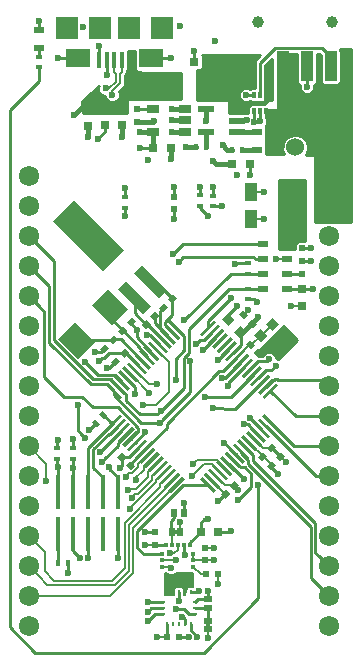
<source format=gbr>
G04 #@! TF.FileFunction,Copper,L1,Top,Signal*
%FSLAX46Y46*%
G04 Gerber Fmt 4.6, Leading zero omitted, Abs format (unit mm)*
G04 Created by KiCad (PCBNEW 4.0.7) date 07/17/18 10:36:10*
%MOMM*%
%LPD*%
G01*
G04 APERTURE LIST*
%ADD10C,0.100000*%
%ADD11R,0.750000X0.800000*%
%ADD12R,0.500000X0.600000*%
%ADD13R,0.800000X0.750000*%
%ADD14R,0.600000X0.500000*%
%ADD15R,0.900000X0.500000*%
%ADD16R,2.500000X1.700000*%
%ADD17R,0.457200X2.997200*%
%ADD18C,1.524000*%
%ADD19R,0.400000X0.600000*%
%ADD20R,0.600000X0.400000*%
%ADD21R,0.254000X0.355600*%
%ADD22R,0.355600X0.254000*%
%ADD23R,0.310000X0.410000*%
%ADD24R,0.410000X0.310000*%
%ADD25R,0.838200X0.558800*%
%ADD26R,1.320800X0.558800*%
%ADD27R,1.020000X0.680000*%
%ADD28R,0.400000X1.350000*%
%ADD29R,2.100000X1.600000*%
%ADD30R,1.900000X1.900000*%
%ADD31R,0.700000X0.500000*%
%ADD32R,0.300000X0.200000*%
%ADD33R,0.500000X0.700000*%
%ADD34R,0.200000X0.300000*%
%ADD35R,1.000000X1.600000*%
%ADD36C,1.720000*%
%ADD37R,1.000000X2.500000*%
%ADD38C,1.000000*%
%ADD39R,0.299720X0.551180*%
%ADD40C,0.600000*%
%ADD41C,0.250000*%
%ADD42C,0.200000*%
%ADD43C,0.400000*%
%ADD44C,0.150000*%
%ADD45C,0.254000*%
%ADD46C,0.208000*%
G04 APERTURE END LIST*
D10*
G36*
X107832997Y-113816281D02*
X107479443Y-113462727D01*
X107903707Y-113038463D01*
X108257261Y-113392017D01*
X107832997Y-113816281D01*
X107832997Y-113816281D01*
G37*
G36*
X108575459Y-113073819D02*
X108221905Y-112720265D01*
X108646169Y-112296001D01*
X108999723Y-112649555D01*
X108575459Y-113073819D01*
X108575459Y-113073819D01*
G37*
G36*
X95395355Y-103521091D02*
X95748909Y-103874645D01*
X95324645Y-104298909D01*
X94971091Y-103945355D01*
X95395355Y-103521091D01*
X95395355Y-103521091D01*
G37*
G36*
X94652893Y-104263553D02*
X95006447Y-104617107D01*
X94582183Y-105041371D01*
X94228629Y-104687817D01*
X94652893Y-104263553D01*
X94652893Y-104263553D01*
G37*
G36*
X103880535Y-116238743D02*
X103526981Y-115885189D01*
X103951245Y-115460925D01*
X104304799Y-115814479D01*
X103880535Y-116238743D01*
X103880535Y-116238743D01*
G37*
G36*
X104622997Y-115496281D02*
X104269443Y-115142727D01*
X104693707Y-114718463D01*
X105047261Y-115072017D01*
X104622997Y-115496281D01*
X104622997Y-115496281D01*
G37*
G36*
X107072997Y-113056281D02*
X106719443Y-112702727D01*
X107143707Y-112278463D01*
X107497261Y-112632017D01*
X107072997Y-113056281D01*
X107072997Y-113056281D01*
G37*
G36*
X107815459Y-112313819D02*
X107461905Y-111960265D01*
X107886169Y-111536001D01*
X108239723Y-111889555D01*
X107815459Y-112313819D01*
X107815459Y-112313819D01*
G37*
G36*
X106597261Y-101422727D02*
X106243707Y-101776281D01*
X105819443Y-101352017D01*
X106172997Y-100998463D01*
X106597261Y-101422727D01*
X106597261Y-101422727D01*
G37*
G36*
X105854799Y-100680265D02*
X105501245Y-101033819D01*
X105076981Y-100609555D01*
X105430535Y-100256001D01*
X105854799Y-100680265D01*
X105854799Y-100680265D01*
G37*
G36*
X105787020Y-102165710D02*
X105256690Y-102696040D01*
X104691004Y-102130354D01*
X105221334Y-101600024D01*
X105787020Y-102165710D01*
X105787020Y-102165710D01*
G37*
G36*
X104726360Y-101105050D02*
X104196030Y-101635380D01*
X103630344Y-101069694D01*
X104160674Y-100539364D01*
X104726360Y-101105050D01*
X104726360Y-101105050D01*
G37*
G36*
X96311371Y-113497817D02*
X95957817Y-113851371D01*
X95533553Y-113427107D01*
X95887107Y-113073553D01*
X96311371Y-113497817D01*
X96311371Y-113497817D01*
G37*
G36*
X95568909Y-112755355D02*
X95215355Y-113108909D01*
X94791091Y-112684645D01*
X95144645Y-112331091D01*
X95568909Y-112755355D01*
X95568909Y-112755355D01*
G37*
G36*
X105639443Y-103142017D02*
X105992997Y-102788463D01*
X106417261Y-103212727D01*
X106063707Y-103566281D01*
X105639443Y-103142017D01*
X105639443Y-103142017D01*
G37*
G36*
X106381905Y-103884479D02*
X106735459Y-103530925D01*
X107159723Y-103955189D01*
X106806169Y-104308743D01*
X106381905Y-103884479D01*
X106381905Y-103884479D01*
G37*
G36*
X106400344Y-102429694D02*
X106930674Y-101899364D01*
X107496360Y-102465050D01*
X106966030Y-102995380D01*
X106400344Y-102429694D01*
X106400344Y-102429694D01*
G37*
G36*
X107461004Y-103490354D02*
X107991334Y-102960024D01*
X108557020Y-103525710D01*
X108026690Y-104056040D01*
X107461004Y-103490354D01*
X107461004Y-103490354D01*
G37*
G36*
X107380344Y-101459694D02*
X107910674Y-100929364D01*
X108476360Y-101495050D01*
X107946030Y-102025380D01*
X107380344Y-101459694D01*
X107380344Y-101459694D01*
G37*
G36*
X108441004Y-102520354D02*
X108971334Y-101990024D01*
X109537020Y-102555710D01*
X109006690Y-103086040D01*
X108441004Y-102520354D01*
X108441004Y-102520354D01*
G37*
D11*
X92340000Y-83160000D03*
X92340000Y-84660000D03*
X93780000Y-83140000D03*
X93780000Y-84640000D03*
X95180000Y-83120000D03*
X95180000Y-84620000D03*
D12*
X99560000Y-90710000D03*
X99560000Y-91760000D03*
D10*
G36*
X94505355Y-102381091D02*
X94858909Y-102734645D01*
X94434645Y-103158909D01*
X94081091Y-102805355D01*
X94505355Y-102381091D01*
X94505355Y-102381091D01*
G37*
G36*
X93762893Y-103123553D02*
X94116447Y-103477107D01*
X93692183Y-103901371D01*
X93338629Y-103547817D01*
X93762893Y-103123553D01*
X93762893Y-103123553D01*
G37*
G36*
X95214645Y-102398909D02*
X94861091Y-102045355D01*
X95285355Y-101621091D01*
X95638909Y-101974645D01*
X95214645Y-102398909D01*
X95214645Y-102398909D01*
G37*
G36*
X95957107Y-101656447D02*
X95603553Y-101302893D01*
X96027817Y-100878629D01*
X96381371Y-101232183D01*
X95957107Y-101656447D01*
X95957107Y-101656447D01*
G37*
G36*
X99493707Y-98918463D02*
X99847261Y-99272017D01*
X99422997Y-99696281D01*
X99069443Y-99342727D01*
X99493707Y-98918463D01*
X99493707Y-98918463D01*
G37*
G36*
X98751245Y-99660925D02*
X99104799Y-100014479D01*
X98680535Y-100438743D01*
X98326981Y-100085189D01*
X98751245Y-99660925D01*
X98751245Y-99660925D01*
G37*
G36*
X97993707Y-100398463D02*
X98347261Y-100752017D01*
X97922997Y-101176281D01*
X97569443Y-100822727D01*
X97993707Y-100398463D01*
X97993707Y-100398463D01*
G37*
G36*
X97251245Y-101140925D02*
X97604799Y-101494479D01*
X97180535Y-101918743D01*
X96826981Y-101565189D01*
X97251245Y-101140925D01*
X97251245Y-101140925D01*
G37*
D13*
X101840000Y-119030000D03*
X103340000Y-119030000D03*
D12*
X110451380Y-93997684D03*
X110451380Y-95047684D03*
X102213422Y-121478298D03*
X102213422Y-120428298D03*
D14*
X98983422Y-127928298D03*
X100033422Y-127928298D03*
D11*
X110451380Y-98457684D03*
X110451380Y-99957684D03*
D12*
X97990000Y-120150000D03*
X97990000Y-119100000D03*
X110441380Y-97207684D03*
X110441380Y-96157684D03*
D14*
X102263422Y-122638298D03*
X103313422Y-122638298D03*
D13*
X104490000Y-87940000D03*
X105990000Y-87940000D03*
X102800000Y-79260000D03*
X101300000Y-79260000D03*
X97830000Y-86550000D03*
X99330000Y-86550000D03*
D12*
X96440000Y-83280000D03*
X96440000Y-84330000D03*
D15*
X106570000Y-85200000D03*
X106570000Y-86700000D03*
D16*
X98800000Y-81250000D03*
X102800000Y-81250000D03*
D17*
X89728352Y-115691372D03*
X89728352Y-119247372D03*
X90998352Y-115691372D03*
X90998352Y-119247372D03*
X92268352Y-115691372D03*
X92268352Y-119247372D03*
X93538352Y-115691372D03*
X93538352Y-119247372D03*
X94808352Y-115691372D03*
X94808352Y-119247372D03*
D18*
X109860000Y-84010000D03*
X109860000Y-86510000D03*
D19*
X90628352Y-121717372D03*
X89728352Y-121717372D03*
D20*
X89718352Y-111977372D03*
X89718352Y-112877372D03*
D10*
G36*
X93547641Y-108833819D02*
X93971905Y-109258083D01*
X93689063Y-109540925D01*
X93264799Y-109116661D01*
X93547641Y-108833819D01*
X93547641Y-108833819D01*
G37*
G36*
X92911245Y-109470215D02*
X93335509Y-109894479D01*
X93052667Y-110177321D01*
X92628403Y-109753057D01*
X92911245Y-109470215D01*
X92911245Y-109470215D01*
G37*
D20*
X90998352Y-111977372D03*
X90998352Y-112877372D03*
X105871380Y-96297684D03*
X105871380Y-97197684D03*
X105811380Y-99357684D03*
X105811380Y-98457684D03*
X101780000Y-91480000D03*
X101780000Y-90580000D03*
X102870000Y-91490000D03*
X102870000Y-90590000D03*
X95460000Y-90700000D03*
X95460000Y-91600000D03*
D19*
X105380000Y-86700000D03*
X104480000Y-86700000D03*
X101410000Y-86510000D03*
X102310000Y-86510000D03*
D10*
G36*
X101951041Y-114375796D02*
X103127455Y-115552210D01*
X102929889Y-115749776D01*
X101753475Y-114573362D01*
X101951041Y-114375796D01*
X101951041Y-114375796D01*
G37*
G36*
X102304594Y-114022243D02*
X103481008Y-115198657D01*
X103283442Y-115396223D01*
X102107028Y-114219809D01*
X102304594Y-114022243D01*
X102304594Y-114022243D01*
G37*
G36*
X102658148Y-113668689D02*
X103834562Y-114845103D01*
X103636996Y-115042669D01*
X102460582Y-113866255D01*
X102658148Y-113668689D01*
X102658148Y-113668689D01*
G37*
G36*
X103011700Y-113315136D02*
X104188114Y-114491550D01*
X103990548Y-114689116D01*
X102814134Y-113512702D01*
X103011700Y-113315136D01*
X103011700Y-113315136D01*
G37*
G36*
X103365255Y-112961581D02*
X104541669Y-114137995D01*
X104344103Y-114335561D01*
X103167689Y-113159147D01*
X103365255Y-112961581D01*
X103365255Y-112961581D01*
G37*
G36*
X103718808Y-112608029D02*
X104895222Y-113784443D01*
X104697656Y-113982009D01*
X103521242Y-112805595D01*
X103718808Y-112608029D01*
X103718808Y-112608029D01*
G37*
G36*
X104072361Y-112254476D02*
X105248775Y-113430890D01*
X105051209Y-113628456D01*
X103874795Y-112452042D01*
X104072361Y-112254476D01*
X104072361Y-112254476D01*
G37*
G36*
X104425915Y-111900922D02*
X105602329Y-113077336D01*
X105404763Y-113274902D01*
X104228349Y-112098488D01*
X104425915Y-111900922D01*
X104425915Y-111900922D01*
G37*
G36*
X104779468Y-111547369D02*
X105955882Y-112723783D01*
X105758316Y-112921349D01*
X104581902Y-111744935D01*
X104779468Y-111547369D01*
X104779468Y-111547369D01*
G37*
G36*
X105133022Y-111193815D02*
X106309436Y-112370229D01*
X106111870Y-112567795D01*
X104935456Y-111391381D01*
X105133022Y-111193815D01*
X105133022Y-111193815D01*
G37*
G36*
X105486575Y-110840262D02*
X106662989Y-112016676D01*
X106465423Y-112214242D01*
X105289009Y-111037828D01*
X105486575Y-110840262D01*
X105486575Y-110840262D01*
G37*
G36*
X105840127Y-110486709D02*
X107016541Y-111663123D01*
X106818975Y-111860689D01*
X105642561Y-110684275D01*
X105840127Y-110486709D01*
X105840127Y-110486709D01*
G37*
G36*
X106193682Y-110133154D02*
X107370096Y-111309568D01*
X107172530Y-111507134D01*
X105996116Y-110330720D01*
X106193682Y-110133154D01*
X106193682Y-110133154D01*
G37*
G36*
X106547235Y-109779602D02*
X107723649Y-110956016D01*
X107526083Y-111153582D01*
X106349669Y-109977168D01*
X106547235Y-109779602D01*
X106547235Y-109779602D01*
G37*
G36*
X106900789Y-109426048D02*
X108077203Y-110602462D01*
X107879637Y-110800028D01*
X106703223Y-109623614D01*
X106900789Y-109426048D01*
X106900789Y-109426048D01*
G37*
G36*
X107254342Y-109072495D02*
X108430756Y-110248909D01*
X108233190Y-110446475D01*
X107056776Y-109270061D01*
X107254342Y-109072495D01*
X107254342Y-109072495D01*
G37*
G36*
X108430756Y-106625835D02*
X107254342Y-107802249D01*
X107056776Y-107604683D01*
X108233190Y-106428269D01*
X108430756Y-106625835D01*
X108430756Y-106625835D01*
G37*
G36*
X108077203Y-106272282D02*
X106900789Y-107448696D01*
X106703223Y-107251130D01*
X107879637Y-106074716D01*
X108077203Y-106272282D01*
X108077203Y-106272282D01*
G37*
G36*
X107723649Y-105918728D02*
X106547235Y-107095142D01*
X106349669Y-106897576D01*
X107526083Y-105721162D01*
X107723649Y-105918728D01*
X107723649Y-105918728D01*
G37*
G36*
X107370096Y-105565176D02*
X106193682Y-106741590D01*
X105996116Y-106544024D01*
X107172530Y-105367610D01*
X107370096Y-105565176D01*
X107370096Y-105565176D01*
G37*
G36*
X107016541Y-105211621D02*
X105840127Y-106388035D01*
X105642561Y-106190469D01*
X106818975Y-105014055D01*
X107016541Y-105211621D01*
X107016541Y-105211621D01*
G37*
G36*
X106662989Y-104858068D02*
X105486575Y-106034482D01*
X105289009Y-105836916D01*
X106465423Y-104660502D01*
X106662989Y-104858068D01*
X106662989Y-104858068D01*
G37*
G36*
X106309436Y-104504515D02*
X105133022Y-105680929D01*
X104935456Y-105483363D01*
X106111870Y-104306949D01*
X106309436Y-104504515D01*
X106309436Y-104504515D01*
G37*
G36*
X105955882Y-104150961D02*
X104779468Y-105327375D01*
X104581902Y-105129809D01*
X105758316Y-103953395D01*
X105955882Y-104150961D01*
X105955882Y-104150961D01*
G37*
G36*
X105602329Y-103797408D02*
X104425915Y-104973822D01*
X104228349Y-104776256D01*
X105404763Y-103599842D01*
X105602329Y-103797408D01*
X105602329Y-103797408D01*
G37*
G36*
X105248775Y-103443854D02*
X104072361Y-104620268D01*
X103874795Y-104422702D01*
X105051209Y-103246288D01*
X105248775Y-103443854D01*
X105248775Y-103443854D01*
G37*
G36*
X104895222Y-103090301D02*
X103718808Y-104266715D01*
X103521242Y-104069149D01*
X104697656Y-102892735D01*
X104895222Y-103090301D01*
X104895222Y-103090301D01*
G37*
G36*
X104541669Y-102736749D02*
X103365255Y-103913163D01*
X103167689Y-103715597D01*
X104344103Y-102539183D01*
X104541669Y-102736749D01*
X104541669Y-102736749D01*
G37*
G36*
X104188114Y-102383194D02*
X103011700Y-103559608D01*
X102814134Y-103362042D01*
X103990548Y-102185628D01*
X104188114Y-102383194D01*
X104188114Y-102383194D01*
G37*
G36*
X103834562Y-102029641D02*
X102658148Y-103206055D01*
X102460582Y-103008489D01*
X103636996Y-101832075D01*
X103834562Y-102029641D01*
X103834562Y-102029641D01*
G37*
G36*
X103481008Y-101676087D02*
X102304594Y-102852501D01*
X102107028Y-102654935D01*
X103283442Y-101478521D01*
X103481008Y-101676087D01*
X103481008Y-101676087D01*
G37*
G36*
X103127455Y-101322534D02*
X101951041Y-102498948D01*
X101753475Y-102301382D01*
X102929889Y-101124968D01*
X103127455Y-101322534D01*
X103127455Y-101322534D01*
G37*
G36*
X99306815Y-101124968D02*
X100483229Y-102301382D01*
X100285663Y-102498948D01*
X99109249Y-101322534D01*
X99306815Y-101124968D01*
X99306815Y-101124968D01*
G37*
G36*
X98953262Y-101478521D02*
X100129676Y-102654935D01*
X99932110Y-102852501D01*
X98755696Y-101676087D01*
X98953262Y-101478521D01*
X98953262Y-101478521D01*
G37*
G36*
X98599708Y-101832075D02*
X99776122Y-103008489D01*
X99578556Y-103206055D01*
X98402142Y-102029641D01*
X98599708Y-101832075D01*
X98599708Y-101832075D01*
G37*
G36*
X98246156Y-102185628D02*
X99422570Y-103362042D01*
X99225004Y-103559608D01*
X98048590Y-102383194D01*
X98246156Y-102185628D01*
X98246156Y-102185628D01*
G37*
G36*
X97892601Y-102539183D02*
X99069015Y-103715597D01*
X98871449Y-103913163D01*
X97695035Y-102736749D01*
X97892601Y-102539183D01*
X97892601Y-102539183D01*
G37*
G36*
X97539048Y-102892735D02*
X98715462Y-104069149D01*
X98517896Y-104266715D01*
X97341482Y-103090301D01*
X97539048Y-102892735D01*
X97539048Y-102892735D01*
G37*
G36*
X97185495Y-103246288D02*
X98361909Y-104422702D01*
X98164343Y-104620268D01*
X96987929Y-103443854D01*
X97185495Y-103246288D01*
X97185495Y-103246288D01*
G37*
G36*
X96831941Y-103599842D02*
X98008355Y-104776256D01*
X97810789Y-104973822D01*
X96634375Y-103797408D01*
X96831941Y-103599842D01*
X96831941Y-103599842D01*
G37*
G36*
X96478388Y-103953395D02*
X97654802Y-105129809D01*
X97457236Y-105327375D01*
X96280822Y-104150961D01*
X96478388Y-103953395D01*
X96478388Y-103953395D01*
G37*
G36*
X96124834Y-104306949D02*
X97301248Y-105483363D01*
X97103682Y-105680929D01*
X95927268Y-104504515D01*
X96124834Y-104306949D01*
X96124834Y-104306949D01*
G37*
G36*
X95771281Y-104660502D02*
X96947695Y-105836916D01*
X96750129Y-106034482D01*
X95573715Y-104858068D01*
X95771281Y-104660502D01*
X95771281Y-104660502D01*
G37*
G36*
X95417729Y-105014055D02*
X96594143Y-106190469D01*
X96396577Y-106388035D01*
X95220163Y-105211621D01*
X95417729Y-105014055D01*
X95417729Y-105014055D01*
G37*
G36*
X95064174Y-105367610D02*
X96240588Y-106544024D01*
X96043022Y-106741590D01*
X94866608Y-105565176D01*
X95064174Y-105367610D01*
X95064174Y-105367610D01*
G37*
G36*
X94710621Y-105721162D02*
X95887035Y-106897576D01*
X95689469Y-107095142D01*
X94513055Y-105918728D01*
X94710621Y-105721162D01*
X94710621Y-105721162D01*
G37*
G36*
X94357067Y-106074716D02*
X95533481Y-107251130D01*
X95335915Y-107448696D01*
X94159501Y-106272282D01*
X94357067Y-106074716D01*
X94357067Y-106074716D01*
G37*
G36*
X94003514Y-106428269D02*
X95179928Y-107604683D01*
X94982362Y-107802249D01*
X93805948Y-106625835D01*
X94003514Y-106428269D01*
X94003514Y-106428269D01*
G37*
G36*
X95179928Y-109270061D02*
X94003514Y-110446475D01*
X93805948Y-110248909D01*
X94982362Y-109072495D01*
X95179928Y-109270061D01*
X95179928Y-109270061D01*
G37*
G36*
X95533481Y-109623614D02*
X94357067Y-110800028D01*
X94159501Y-110602462D01*
X95335915Y-109426048D01*
X95533481Y-109623614D01*
X95533481Y-109623614D01*
G37*
G36*
X95887035Y-109977168D02*
X94710621Y-111153582D01*
X94513055Y-110956016D01*
X95689469Y-109779602D01*
X95887035Y-109977168D01*
X95887035Y-109977168D01*
G37*
G36*
X96240588Y-110330720D02*
X95064174Y-111507134D01*
X94866608Y-111309568D01*
X96043022Y-110133154D01*
X96240588Y-110330720D01*
X96240588Y-110330720D01*
G37*
G36*
X96594143Y-110684275D02*
X95417729Y-111860689D01*
X95220163Y-111663123D01*
X96396577Y-110486709D01*
X96594143Y-110684275D01*
X96594143Y-110684275D01*
G37*
G36*
X96947695Y-111037828D02*
X95771281Y-112214242D01*
X95573715Y-112016676D01*
X96750129Y-110840262D01*
X96947695Y-111037828D01*
X96947695Y-111037828D01*
G37*
G36*
X97301248Y-111391381D02*
X96124834Y-112567795D01*
X95927268Y-112370229D01*
X97103682Y-111193815D01*
X97301248Y-111391381D01*
X97301248Y-111391381D01*
G37*
G36*
X97654802Y-111744935D02*
X96478388Y-112921349D01*
X96280822Y-112723783D01*
X97457236Y-111547369D01*
X97654802Y-111744935D01*
X97654802Y-111744935D01*
G37*
G36*
X98008355Y-112098488D02*
X96831941Y-113274902D01*
X96634375Y-113077336D01*
X97810789Y-111900922D01*
X98008355Y-112098488D01*
X98008355Y-112098488D01*
G37*
G36*
X98361909Y-112452042D02*
X97185495Y-113628456D01*
X96987929Y-113430890D01*
X98164343Y-112254476D01*
X98361909Y-112452042D01*
X98361909Y-112452042D01*
G37*
G36*
X98715462Y-112805595D02*
X97539048Y-113982009D01*
X97341482Y-113784443D01*
X98517896Y-112608029D01*
X98715462Y-112805595D01*
X98715462Y-112805595D01*
G37*
G36*
X99069015Y-113159147D02*
X97892601Y-114335561D01*
X97695035Y-114137995D01*
X98871449Y-112961581D01*
X99069015Y-113159147D01*
X99069015Y-113159147D01*
G37*
G36*
X99422570Y-113512702D02*
X98246156Y-114689116D01*
X98048590Y-114491550D01*
X99225004Y-113315136D01*
X99422570Y-113512702D01*
X99422570Y-113512702D01*
G37*
G36*
X99776122Y-113866255D02*
X98599708Y-115042669D01*
X98402142Y-114845103D01*
X99578556Y-113668689D01*
X99776122Y-113866255D01*
X99776122Y-113866255D01*
G37*
G36*
X100129676Y-114219809D02*
X98953262Y-115396223D01*
X98755696Y-115198657D01*
X99932110Y-114022243D01*
X100129676Y-114219809D01*
X100129676Y-114219809D01*
G37*
G36*
X100483229Y-114573362D02*
X99306815Y-115749776D01*
X99109249Y-115552210D01*
X100285663Y-114375796D01*
X100483229Y-114573362D01*
X100483229Y-114573362D01*
G37*
D21*
X98983422Y-126870698D03*
X99483424Y-126870698D03*
X99983423Y-126870698D03*
X100483422Y-126870698D03*
X100983424Y-126870698D03*
D22*
X101329623Y-126024497D03*
X101329623Y-125524498D03*
X101329623Y-125024499D03*
D21*
X100983424Y-124178298D03*
X100483422Y-124178298D03*
X99983423Y-124178298D03*
X99483424Y-124178298D03*
X98983422Y-124178298D03*
D22*
X98637223Y-125024499D03*
X98637223Y-125524498D03*
X98637223Y-126024497D03*
D23*
X100943422Y-120158298D03*
X100443422Y-120158298D03*
X99913422Y-120158298D03*
X99383422Y-120158298D03*
X98883422Y-120158298D03*
D24*
X98593422Y-120948298D03*
X98593422Y-121478298D03*
X98593422Y-122008298D03*
D23*
X98883422Y-122798298D03*
X99383422Y-122798298D03*
X99913422Y-122798298D03*
X100443422Y-122798298D03*
X100943422Y-122798298D03*
D24*
X101233422Y-122008298D03*
X101233422Y-121478298D03*
X101233422Y-120948298D03*
D25*
X109157980Y-98457684D03*
X109157980Y-97207684D03*
X109157980Y-95957684D03*
X109157980Y-94707684D03*
X107151380Y-94707684D03*
X107151380Y-95957684D03*
X107151380Y-97207684D03*
X107151380Y-98457684D03*
D26*
X104900000Y-85190000D03*
X104900000Y-84239999D03*
X104900000Y-83289998D03*
X102309200Y-83289998D03*
X102309200Y-85190000D03*
D27*
X100490000Y-85180000D03*
X100490000Y-84230000D03*
X100490000Y-83280000D03*
X97830000Y-83280000D03*
X97830000Y-85180000D03*
D10*
G36*
X94028579Y-98464365D02*
X95725635Y-100161421D01*
X94311421Y-101575635D01*
X92614365Y-99878579D01*
X94028579Y-98464365D01*
X94028579Y-98464365D01*
G37*
G36*
X91200151Y-101292793D02*
X92897207Y-102989849D01*
X91482993Y-104404063D01*
X89785937Y-102707007D01*
X91200151Y-101292793D01*
X91200151Y-101292793D01*
G37*
D28*
X94540000Y-79105000D03*
X95190000Y-79105000D03*
X95840000Y-79105000D03*
X93890000Y-79105000D03*
X93240000Y-79105000D03*
D29*
X97640000Y-78980000D03*
X91440000Y-78980000D03*
D30*
X95740000Y-76430000D03*
X93340000Y-76430000D03*
X90490000Y-76430000D03*
X98590000Y-76430000D03*
D31*
X102473422Y-125528298D03*
X102473422Y-124728298D03*
X102483422Y-126618298D03*
X102483422Y-127318298D03*
D32*
X102483422Y-126968298D03*
D33*
X99620000Y-117470000D03*
X100420000Y-117470000D03*
X99383422Y-119068298D03*
X100083422Y-119068298D03*
D34*
X99733422Y-119068298D03*
D35*
X109141380Y-92587684D03*
X106141380Y-92587684D03*
X109111380Y-90247684D03*
X106111380Y-90247684D03*
D10*
G36*
X96879191Y-96447601D02*
X99000512Y-98568922D01*
X98293405Y-99276029D01*
X96172084Y-97154708D01*
X96879191Y-96447601D01*
X96879191Y-96447601D01*
G37*
G36*
X95535688Y-97791104D02*
X97657009Y-99912425D01*
X96949902Y-100619532D01*
X94828581Y-98498211D01*
X95535688Y-97791104D01*
X95535688Y-97791104D01*
G37*
G36*
X91080915Y-90932168D02*
X95323556Y-95174809D01*
X93555789Y-96942576D01*
X89313148Y-92699935D01*
X91080915Y-90932168D01*
X91080915Y-90932168D01*
G37*
D15*
X88150000Y-76560000D03*
X88150000Y-78060000D03*
D20*
X88160000Y-78820000D03*
X88160000Y-79720000D03*
D36*
X112700000Y-88950000D03*
X112700000Y-91490000D03*
X112700000Y-94030000D03*
X112700000Y-96570000D03*
X112700000Y-99110000D03*
X112700000Y-101650000D03*
X112700000Y-104190000D03*
X112700000Y-106730000D03*
X112700000Y-109270000D03*
X112700000Y-111810000D03*
X112700000Y-114350000D03*
X112700000Y-116890000D03*
X112700000Y-119430000D03*
X112700000Y-121970000D03*
X112700000Y-124510000D03*
X112700000Y-127050000D03*
X87300000Y-88950000D03*
X87300000Y-91490000D03*
X87300000Y-94030000D03*
X87300000Y-96570000D03*
X87300000Y-99110000D03*
X87300000Y-101650000D03*
X87300000Y-104190000D03*
X87300000Y-106730000D03*
X87300000Y-109270000D03*
X87300000Y-111810000D03*
X87300000Y-114350000D03*
X87300000Y-116890000D03*
X87300000Y-119430000D03*
X87300000Y-121970000D03*
X87300000Y-124510000D03*
X87300000Y-127050000D03*
D37*
X108850000Y-79650000D03*
X110850000Y-79650000D03*
X112850000Y-79650000D03*
D38*
X106700000Y-75900000D03*
X113000000Y-75900000D03*
D39*
X107367840Y-82066900D03*
X106870000Y-82066900D03*
X106372160Y-82066900D03*
X106372160Y-83413100D03*
X106870000Y-83413100D03*
X107367840Y-83413100D03*
D40*
X109180000Y-93890000D03*
X110310000Y-92590000D03*
X110300000Y-90230000D03*
X103350000Y-116430000D03*
X108368402Y-114121598D03*
X97150000Y-110630000D03*
X97365673Y-125803004D03*
X97372508Y-125030623D03*
X102470000Y-118000000D03*
X100420000Y-116580000D03*
X97095141Y-120138763D03*
X102460000Y-92330000D03*
X103690000Y-91480000D03*
X93224053Y-104626465D03*
X103003422Y-121478298D03*
X102453422Y-124048298D03*
X98143422Y-127928298D03*
X96700000Y-86530000D03*
X106650000Y-99630000D03*
X104720000Y-96400000D03*
X97320000Y-102370000D03*
X99570000Y-89850000D03*
X90620000Y-122510000D03*
X111341380Y-98467684D03*
X106718352Y-100887372D03*
X89728352Y-111257372D03*
X90998352Y-111227372D03*
X96670000Y-85190000D03*
X88160000Y-75830000D03*
X110840000Y-81390000D03*
X99290000Y-78970000D03*
X100130000Y-76190000D03*
X100858474Y-123479026D03*
X99067644Y-123458521D03*
X97358838Y-126630066D03*
X99909630Y-123469400D03*
X104420000Y-118990000D03*
X97154345Y-119104345D03*
X100100000Y-118260000D03*
X99560000Y-92590000D03*
X92917470Y-103852525D03*
X93888697Y-105176450D03*
X94985468Y-113681322D03*
X92375308Y-110394905D03*
X93110000Y-85810000D03*
X103013422Y-120428298D03*
X103293422Y-123468298D03*
X102493422Y-128048298D03*
X101503422Y-127928298D03*
X100853422Y-127928298D03*
X97370000Y-87610000D03*
X95440000Y-92340000D03*
X104931587Y-99968413D03*
X103320000Y-104480000D03*
X109000000Y-103580000D03*
X99440000Y-84230000D03*
X96440000Y-101940000D03*
X105038352Y-115487372D03*
X105990000Y-88830000D03*
X111191380Y-96147684D03*
X111161380Y-95057684D03*
X105868352Y-100237372D03*
X109508352Y-103077372D03*
X109028352Y-113117372D03*
X107181380Y-92597684D03*
X107201380Y-90247684D03*
X108181380Y-95967684D03*
X109521380Y-99977684D03*
X94808352Y-121287372D03*
X91618352Y-121267372D03*
X92268352Y-121277372D03*
X104910000Y-88830000D03*
X103070000Y-77490000D03*
X93240000Y-77910000D03*
X89790000Y-78970000D03*
X91890002Y-76290000D03*
X101290000Y-78330000D03*
X92340000Y-85610000D03*
X95190000Y-85610000D03*
X100560000Y-86500000D03*
X99330000Y-87530000D03*
X97870000Y-84290000D03*
X106860000Y-84310000D03*
X106360000Y-84320000D03*
X105750000Y-84230000D03*
X105700000Y-82080000D03*
X92084677Y-104679949D03*
X91146481Y-83734625D03*
X99450000Y-85180000D03*
X96780000Y-81920000D03*
X99430000Y-83250000D03*
X102280000Y-84240000D03*
X102880000Y-87640000D03*
X103720000Y-86310000D03*
X102870000Y-89820000D03*
X108205001Y-104982220D03*
X101770000Y-89860000D03*
X107630000Y-104430000D03*
X102890000Y-108610000D03*
X102226262Y-107599436D03*
X95440000Y-89910000D03*
X89780486Y-113534793D03*
X93354730Y-112311014D03*
X93474953Y-113113018D03*
X91018352Y-113667372D03*
X96928186Y-108316648D03*
X94118241Y-113529557D03*
X92047286Y-111077384D03*
X91440000Y-108320000D03*
X96274593Y-107371250D03*
X93900000Y-80390000D03*
X98375433Y-109801626D03*
X99724742Y-125599478D03*
X99280000Y-120890000D03*
X100981587Y-104581587D03*
X100470000Y-101110000D03*
X98451933Y-108822419D03*
X100260950Y-126268809D03*
X100488422Y-121038298D03*
X104400000Y-99230000D03*
X95834783Y-117118186D03*
X106700000Y-115080000D03*
X103840000Y-111530000D03*
X99975549Y-96193218D03*
X102030000Y-103650000D03*
X99460000Y-95560000D03*
X101460556Y-103161906D03*
X95517472Y-114387593D03*
X96328745Y-114646872D03*
X101082042Y-114344016D03*
X99741942Y-121480857D03*
X105038343Y-116365909D03*
X101703705Y-124027620D03*
X105540000Y-114610000D03*
X99972902Y-124891722D03*
X101166645Y-113331737D03*
X99366338Y-122130030D03*
X105490000Y-109960000D03*
X105990000Y-109380000D03*
X104149024Y-106730557D03*
X103686787Y-106037200D03*
X99740000Y-106210000D03*
X88767407Y-114717408D03*
X95694422Y-115487604D03*
X96000021Y-116172532D03*
X97475647Y-107278405D03*
X93804229Y-81520227D03*
X98158850Y-106535556D03*
X94355771Y-82071769D03*
D41*
X109157980Y-94707684D02*
X109157980Y-93912020D01*
X109157980Y-93912020D02*
X109180000Y-93890000D01*
X109141380Y-92587684D02*
X110307684Y-92587684D01*
X110307684Y-92587684D02*
X110310000Y-92590000D01*
X109111380Y-90247684D02*
X110282316Y-90247684D01*
X110282316Y-90247684D02*
X110300000Y-90230000D01*
X103915890Y-115849834D02*
X103915890Y-115864110D01*
X103915890Y-115864110D02*
X103350000Y-116430000D01*
X107868352Y-113427372D02*
X107868352Y-113621548D01*
X107868352Y-113621548D02*
X108368402Y-114121598D01*
X96260705Y-111527252D02*
X96260705Y-111519295D01*
X96260705Y-111519295D02*
X97150000Y-110630000D01*
X100420000Y-117470000D02*
X100420000Y-116580000D01*
X97644179Y-125524498D02*
X97365673Y-125803004D01*
X98637223Y-125524498D02*
X97644179Y-125524498D01*
X97378632Y-125024499D02*
X97372508Y-125030623D01*
X98637223Y-125024499D02*
X97378632Y-125024499D01*
X101840000Y-119030000D02*
X101840000Y-118320026D01*
X101840000Y-118320026D02*
X102160026Y-118000000D01*
X102160026Y-118000000D02*
X102470000Y-118000000D01*
X100943422Y-120158298D02*
X100943422Y-119926578D01*
X100943422Y-119926578D02*
X101840000Y-119030000D01*
D42*
X97106378Y-120150000D02*
X97095141Y-120138763D01*
X97990000Y-120150000D02*
X97106378Y-120150000D01*
D41*
X98883422Y-120158298D02*
X97998298Y-120158298D01*
X97998298Y-120158298D02*
X97990000Y-120150000D01*
X101780000Y-91480000D02*
X101780000Y-91650000D01*
X101780000Y-91650000D02*
X102460000Y-92330000D01*
X102870000Y-91490000D02*
X103680000Y-91490000D01*
X103680000Y-91490000D02*
X103690000Y-91480000D01*
X94076254Y-103910000D02*
X93659788Y-104326466D01*
X95360000Y-103910000D02*
X94076254Y-103910000D01*
X93659788Y-104326466D02*
X93524052Y-104326466D01*
X93524052Y-104326466D02*
X93224053Y-104626465D01*
D42*
X102213422Y-121478298D02*
X103003422Y-121478298D01*
D41*
X102473422Y-124728298D02*
X102473422Y-124068298D01*
X102473422Y-124068298D02*
X102453422Y-124048298D01*
D42*
X98983422Y-127928298D02*
X98143422Y-127928298D01*
X101233422Y-121478298D02*
X102213422Y-121478298D01*
D41*
X98983422Y-127928298D02*
X98983422Y-126870698D01*
X102473422Y-124728298D02*
X101625824Y-124728298D01*
X101625824Y-124728298D02*
X101329623Y-125024499D01*
X97830000Y-86550000D02*
X96720000Y-86550000D01*
X96720000Y-86550000D02*
X96700000Y-86530000D01*
X105811380Y-99357684D02*
X106377684Y-99357684D01*
X106377684Y-99357684D02*
X106650000Y-99630000D01*
X105871380Y-96297684D02*
X104819999Y-96300001D01*
X104819999Y-96300001D02*
X104720000Y-96400000D01*
X98382025Y-103226173D02*
X97525852Y-102370000D01*
X97525852Y-102370000D02*
X97320000Y-102370000D01*
X95360000Y-103910000D02*
X95530319Y-103910000D01*
X95530319Y-103910000D02*
X96614258Y-104993939D01*
X99570000Y-89850000D02*
X99570000Y-90700000D01*
X99570000Y-90700000D02*
X99560000Y-90710000D01*
X90628352Y-121717372D02*
X90628352Y-122501648D01*
X90628352Y-122501648D02*
X90620000Y-122510000D01*
X110451380Y-98457684D02*
X111331380Y-98457684D01*
X111331380Y-98457684D02*
X111341380Y-98467684D01*
X109157980Y-98457684D02*
X110451380Y-98457684D01*
X105239012Y-102148032D02*
X105239012Y-103256051D01*
X105239012Y-103256051D02*
X104561785Y-103933278D01*
X98853422Y-120128298D02*
X98883422Y-120158298D01*
D43*
X106208352Y-101387372D02*
X106218352Y-101387372D01*
X106218352Y-101387372D02*
X106718352Y-100887372D01*
D42*
X105239012Y-102148032D02*
X105447692Y-102148032D01*
D43*
X105447692Y-102148032D02*
X106208352Y-101387372D01*
D42*
X107108352Y-112667372D02*
X107868352Y-113427372D01*
X105975999Y-111527252D02*
X105975999Y-111535019D01*
X105975999Y-111535019D02*
X107108352Y-112667372D01*
X105975999Y-111527252D02*
X106018232Y-111527252D01*
X103915890Y-115849834D02*
X103920814Y-115849834D01*
X102794018Y-114709233D02*
X102794018Y-114727962D01*
X102794018Y-114727962D02*
X103915890Y-115849834D01*
X101233422Y-120948298D02*
X101233422Y-121478298D01*
D41*
X89718352Y-111977372D02*
X89718352Y-111267372D01*
X89718352Y-111267372D02*
X89728352Y-111257372D01*
X90998352Y-111977372D02*
X90998352Y-111227372D01*
D43*
X97830000Y-85180000D02*
X96680000Y-85180000D01*
X96680000Y-85180000D02*
X96670000Y-85190000D01*
X97830000Y-85180000D02*
X97830000Y-86550000D01*
D41*
X88150000Y-76560000D02*
X88150000Y-75840000D01*
X88150000Y-75840000D02*
X88160000Y-75830000D01*
X110850000Y-79650000D02*
X110850000Y-81380000D01*
X110850000Y-81380000D02*
X110840000Y-81390000D01*
X97674919Y-103933278D02*
X97674919Y-103812662D01*
X97674919Y-103812662D02*
X96440000Y-102577743D01*
X96440000Y-102577743D02*
X96440000Y-101940000D01*
X107850814Y-111924910D02*
X108610814Y-112684910D01*
X97640000Y-78980000D02*
X99280000Y-78980000D01*
X99280000Y-78980000D02*
X99290000Y-78970000D01*
X100558475Y-123779025D02*
X100858474Y-123479026D01*
X100511949Y-123779025D02*
X100558475Y-123779025D01*
X100483422Y-123750498D02*
X100511949Y-123779025D01*
X98983422Y-123542743D02*
X99067644Y-123458521D01*
X98983422Y-124178298D02*
X98983422Y-123542743D01*
X97658837Y-126330067D02*
X97358838Y-126630066D01*
X97964407Y-126024497D02*
X97658837Y-126330067D01*
X98637223Y-126024497D02*
X97964407Y-126024497D01*
X100333894Y-123469400D02*
X99909630Y-123469400D01*
X100483422Y-123618928D02*
X100333894Y-123469400D01*
X100483422Y-123750498D02*
X100483422Y-123618928D01*
X100483422Y-124178298D02*
X100483422Y-123750498D01*
X103340000Y-119030000D02*
X104380000Y-119030000D01*
X104380000Y-119030000D02*
X104420000Y-118990000D01*
X97990000Y-119100000D02*
X97158690Y-119100000D01*
X97158690Y-119100000D02*
X97154345Y-119104345D01*
D42*
X100083422Y-119068298D02*
X100083422Y-118276578D01*
X100083422Y-118276578D02*
X100100000Y-118260000D01*
D41*
X99560000Y-91760000D02*
X99560000Y-92590000D01*
X93727538Y-103512462D02*
X93387475Y-103852525D01*
X93341734Y-103852525D02*
X92917470Y-103852525D01*
X93387475Y-103852525D02*
X93341734Y-103852525D01*
X94093550Y-105176450D02*
X93888697Y-105176450D01*
X94617538Y-104652462D02*
X94093550Y-105176450D01*
X95180000Y-113486790D02*
X94985468Y-113681322D01*
X95180000Y-112720000D02*
X95180000Y-113486790D01*
X87300000Y-88950000D02*
X87300000Y-88900000D01*
X92410819Y-110394905D02*
X92375308Y-110394905D01*
X92981956Y-109823768D02*
X92410819Y-110394905D01*
X93780000Y-84640000D02*
X93780000Y-85099229D01*
X93780000Y-85099229D02*
X93110000Y-85810000D01*
X95180000Y-112720000D02*
X95063174Y-112720000D01*
X96614258Y-111880805D02*
X95775063Y-112720000D01*
X95775063Y-112720000D02*
X95180000Y-112720000D01*
D42*
X102213422Y-120428298D02*
X103013422Y-120428298D01*
X103313422Y-123448298D02*
X103293422Y-123468298D01*
X103313422Y-122638298D02*
X103313422Y-123448298D01*
X102483422Y-127318298D02*
X102483422Y-128038298D01*
X102483422Y-128038298D02*
X102493422Y-128048298D01*
D41*
X100983424Y-127408300D02*
X101503422Y-127928298D01*
X100983424Y-126870698D02*
X100983424Y-127408300D01*
X100033422Y-127928298D02*
X100853422Y-127928298D01*
X95460000Y-91600000D02*
X95460000Y-92320000D01*
X95460000Y-92320000D02*
X95440000Y-92340000D01*
X104178352Y-101087372D02*
X104178352Y-100721648D01*
X104178352Y-100721648D02*
X104931587Y-99968413D01*
X104208232Y-103579725D02*
X104208232Y-103591768D01*
X104208232Y-103591768D02*
X103320000Y-104480000D01*
X108009012Y-103508032D02*
X108928032Y-103508032D01*
X108928032Y-103508032D02*
X109000000Y-103580000D01*
X106770814Y-103919834D02*
X106800166Y-103919834D01*
X106800166Y-103919834D02*
X107180000Y-103540000D01*
X94617538Y-104652462D02*
X94617538Y-104659722D01*
D43*
X100490000Y-84230000D02*
X99440000Y-84230000D01*
D41*
X95992462Y-101267538D02*
X95992462Y-101492462D01*
X95992462Y-101492462D02*
X96440000Y-101940000D01*
X105990000Y-87940000D02*
X105990000Y-88830000D01*
X110441380Y-96157684D02*
X111181380Y-96157684D01*
X111181380Y-96157684D02*
X111191380Y-96147684D01*
X110451380Y-95047684D02*
X111151380Y-95047684D01*
X111151380Y-95047684D02*
X111161380Y-95057684D01*
X104178352Y-101087372D02*
X104178352Y-100967372D01*
X105465890Y-100644910D02*
X105465890Y-100639834D01*
X105465890Y-100639834D02*
X105868352Y-100237372D01*
D42*
X108989012Y-102538032D02*
X108989012Y-102558032D01*
X108989012Y-102558032D02*
X109508352Y-103077372D01*
X108989012Y-102538032D02*
X108999012Y-102538032D01*
X108009012Y-103508032D02*
X108019012Y-103508032D01*
X108019012Y-103508032D02*
X108538352Y-104027372D01*
X108610814Y-112684910D02*
X108610814Y-112699834D01*
X108610814Y-112699834D02*
X109028352Y-113117372D01*
X107850814Y-111924910D02*
X107855890Y-111924910D01*
X107850814Y-111924910D02*
X107080762Y-111924910D01*
X107080762Y-111924910D02*
X106329551Y-111173699D01*
X104658352Y-115107372D02*
X105038352Y-115487372D01*
X104658352Y-115107372D02*
X103899265Y-115107372D01*
X103899265Y-115107372D02*
X103147572Y-114355679D01*
X99483424Y-124178298D02*
X98983422Y-124178298D01*
X106141380Y-92587684D02*
X107171380Y-92587684D01*
X107171380Y-92587684D02*
X107181380Y-92597684D01*
X106111380Y-90247684D02*
X107201380Y-90247684D01*
X109157980Y-95957684D02*
X108191380Y-95957684D01*
X108191380Y-95957684D02*
X108181380Y-95967684D01*
X110451380Y-99957684D02*
X109541380Y-99957684D01*
X109541380Y-99957684D02*
X109521380Y-99977684D01*
D41*
X95285890Y-112824910D02*
X95270814Y-112824910D01*
X94808352Y-119247372D02*
X94808352Y-121287372D01*
X90998352Y-119247372D02*
X90998352Y-120647372D01*
X90998352Y-120647372D02*
X91618352Y-121267372D01*
X92268352Y-119247372D02*
X92268352Y-121277372D01*
X93240000Y-79105000D02*
X93240000Y-77910000D01*
X91440000Y-78980000D02*
X89800000Y-78980000D01*
X89800000Y-78980000D02*
X89790000Y-78970000D01*
X101300000Y-79260000D02*
X101300000Y-78340000D01*
X101300000Y-78340000D02*
X101290000Y-78330000D01*
D43*
X92340000Y-84660000D02*
X92340000Y-85610000D01*
X95180000Y-84620000D02*
X95180000Y-85600000D01*
X95180000Y-85600000D02*
X95190000Y-85610000D01*
X101410000Y-86510000D02*
X100570000Y-86510000D01*
X100570000Y-86510000D02*
X100560000Y-86500000D01*
X99330000Y-86550000D02*
X99330000Y-87530000D01*
X96440000Y-84330000D02*
X97830000Y-84330000D01*
X97830000Y-84330000D02*
X97870000Y-84290000D01*
D41*
X106870000Y-83413100D02*
X106870000Y-84300000D01*
X106870000Y-84300000D02*
X106860000Y-84310000D01*
X106372160Y-83413100D02*
X106372160Y-84307840D01*
X106372160Y-84307840D02*
X106360000Y-84320000D01*
X104900000Y-84239999D02*
X105740001Y-84239999D01*
X105740001Y-84239999D02*
X105750000Y-84230000D01*
X106372160Y-82066900D02*
X105713100Y-82066900D01*
X105713100Y-82066900D02*
X105700000Y-82080000D01*
X104915339Y-104286832D02*
X103739972Y-105462199D01*
X103739972Y-105462199D02*
X103410786Y-105462199D01*
X103410786Y-105462199D02*
X98950434Y-109922551D01*
X98950434Y-109922551D02*
X98950434Y-110251737D01*
X98950434Y-110251737D02*
X97626729Y-111575442D01*
X97626729Y-111575442D02*
X96967812Y-112234359D01*
X96967812Y-112234359D02*
X95922462Y-113279709D01*
X95922462Y-113279709D02*
X95922462Y-113462462D01*
D42*
X106948352Y-102447372D02*
X106958352Y-102447372D01*
X106958352Y-102447372D02*
X107928352Y-101477372D01*
X106028352Y-103177372D02*
X106218352Y-103177372D01*
X106218352Y-103177372D02*
X106948352Y-102447372D01*
X104915339Y-104286832D02*
X104918892Y-104286832D01*
X104918892Y-104286832D02*
X106028352Y-103177372D01*
D41*
X92384676Y-104979948D02*
X92084677Y-104679949D01*
X94545141Y-105753248D02*
X93157976Y-105753248D01*
X95200045Y-106408152D02*
X94545141Y-105753248D01*
X93157976Y-105753248D02*
X92384676Y-104979948D01*
D43*
X91715000Y-83160000D02*
X91146481Y-83728519D01*
X92340000Y-83160000D02*
X91715000Y-83160000D01*
D41*
X91146481Y-83728519D02*
X91146481Y-83734625D01*
X95200045Y-106408152D02*
X94591599Y-105799706D01*
D43*
X100490000Y-85180000D02*
X99450000Y-85180000D01*
D41*
X98800000Y-81250000D02*
X97450000Y-81250000D01*
D43*
X97450000Y-81250000D02*
X96780000Y-81920000D01*
X95840000Y-79105000D02*
X95840000Y-80180000D01*
X95840000Y-80180000D02*
X96910000Y-81250000D01*
X96910000Y-81250000D02*
X97150000Y-81250000D01*
X97150000Y-81250000D02*
X98800000Y-81250000D01*
X100490000Y-83280000D02*
X99460000Y-83280000D01*
X99460000Y-83280000D02*
X99430000Y-83250000D01*
X102309200Y-83289998D02*
X102309200Y-84210800D01*
X102309200Y-84210800D02*
X102280000Y-84240000D01*
X104490000Y-87940000D02*
X103180000Y-87940000D01*
X103180000Y-87940000D02*
X102880000Y-87640000D01*
X104480000Y-86700000D02*
X104110000Y-86700000D01*
X104110000Y-86700000D02*
X103720000Y-86310000D01*
D41*
X96967812Y-104640385D02*
X95097427Y-102770000D01*
X95097427Y-102770000D02*
X94470000Y-102770000D01*
X91341572Y-102848428D02*
X94391572Y-102848428D01*
X94391572Y-102848428D02*
X94470000Y-102770000D01*
X96308895Y-103981468D02*
X96967812Y-104640385D01*
X95250000Y-102010000D02*
X96712919Y-103472919D01*
X96712919Y-103472919D02*
X96712919Y-103557768D01*
X97321365Y-104166214D02*
X97321365Y-104286832D01*
X96712919Y-103557768D02*
X97321365Y-104166214D01*
X94170000Y-100020000D02*
X94170000Y-100930000D01*
X94170000Y-100930000D02*
X95250000Y-102010000D01*
X97586298Y-97861815D02*
X98012795Y-97861815D01*
X98012795Y-97861815D02*
X99458352Y-99307372D01*
X99458352Y-99307372D02*
X99379809Y-99385915D01*
X99379809Y-99385915D02*
X99379809Y-100663050D01*
X99379809Y-100663050D02*
X98783769Y-101259090D01*
X98783769Y-101259090D02*
X98783769Y-101506594D01*
X98783769Y-101506594D02*
X99442686Y-102165511D01*
X97958352Y-100787372D02*
X97958352Y-101388285D01*
X97958352Y-101388285D02*
X99089132Y-102519065D01*
X98715890Y-100049834D02*
X98383759Y-100381965D01*
X98383759Y-100381965D02*
X98383759Y-101813692D01*
X98383759Y-101813692D02*
X98430215Y-101860148D01*
X98430215Y-101860148D02*
X99089132Y-102519065D01*
X96242795Y-99205318D02*
X96242795Y-100556739D01*
X96242795Y-100556739D02*
X97215890Y-101529834D01*
X97215890Y-101529834D02*
X97392796Y-101529834D01*
X97392796Y-101529834D02*
X98735580Y-102872618D01*
X109157980Y-97207684D02*
X110441380Y-97207684D01*
D42*
X101863422Y-122638298D02*
X101233422Y-122008298D01*
X102263422Y-122638298D02*
X101863422Y-122638298D01*
D41*
X96440000Y-83280000D02*
X97830000Y-83280000D01*
X102870000Y-89820000D02*
X102870000Y-90590000D01*
X106683106Y-106054600D02*
X107342023Y-105395683D01*
X107342023Y-105395683D02*
X107791538Y-105395683D01*
X107791538Y-105395683D02*
X108205001Y-104982220D01*
X106683106Y-106054600D02*
X106708357Y-106054600D01*
X101770000Y-89860000D02*
X101770000Y-90570000D01*
X101770000Y-90570000D02*
X101780000Y-90580000D01*
X107400000Y-104630000D02*
X107430000Y-104630000D01*
X107430000Y-104630000D02*
X107630000Y-104430000D01*
X105975999Y-105347492D02*
X106693491Y-104630000D01*
X106693491Y-104630000D02*
X107400000Y-104630000D01*
X107036659Y-106408152D02*
X104770000Y-108660000D01*
X104770000Y-108660000D02*
X102890000Y-108610000D01*
X105670038Y-106359962D02*
X104430564Y-107599436D01*
X104430564Y-107599436D02*
X102226262Y-107599436D01*
X106329551Y-105701045D02*
X105670634Y-106359962D01*
X105670634Y-106359962D02*
X105670038Y-106359962D01*
X95440000Y-89910000D02*
X95440000Y-90680000D01*
X95440000Y-90680000D02*
X95460000Y-90700000D01*
D43*
X104900000Y-85190000D02*
X106560000Y-85190000D01*
X106560000Y-85190000D02*
X106570000Y-85200000D01*
X106570000Y-86700000D02*
X105380000Y-86700000D01*
D41*
X89718352Y-113472659D02*
X89780486Y-113534793D01*
X89718352Y-112877372D02*
X89718352Y-113472659D01*
X89728352Y-115691372D02*
X89728352Y-113586927D01*
X89728352Y-113586927D02*
X89780486Y-113534793D01*
X95200045Y-110466592D02*
X93355623Y-112311014D01*
X93355623Y-112311014D02*
X93354730Y-112311014D01*
X89728352Y-119247372D02*
X89728352Y-121717372D01*
X93774952Y-112813019D02*
X93474953Y-113113018D01*
X94818352Y-111769619D02*
X93774952Y-112813019D01*
X95553598Y-110820144D02*
X94818352Y-111555390D01*
X94818352Y-111555390D02*
X94818352Y-111769619D01*
X90998352Y-112877372D02*
X90998352Y-113647372D01*
X90998352Y-113647372D02*
X91018352Y-113667372D01*
X90998352Y-115691372D02*
X90998352Y-113687372D01*
X90998352Y-113687372D02*
X91018352Y-113667372D01*
X94492938Y-109759485D02*
X94190465Y-109759485D01*
X94190465Y-109759485D02*
X93618352Y-109187372D01*
X92268352Y-115691372D02*
X92268352Y-111984071D01*
X92268352Y-111984071D02*
X93834021Y-110418402D01*
X93834021Y-110418402D02*
X94492938Y-109759485D01*
X93538352Y-115691372D02*
X93538352Y-114421372D01*
X93538352Y-114421372D02*
X92759827Y-113642847D01*
X92759827Y-113642847D02*
X92759827Y-112079689D01*
X92759827Y-112079689D02*
X94067561Y-110771955D01*
X94067561Y-110771955D02*
X94187574Y-110771955D01*
X94187574Y-110771955D02*
X94846491Y-110113038D01*
D42*
X98028472Y-103579725D02*
X99163605Y-104714858D01*
X99163605Y-104714858D02*
X99163605Y-107237767D01*
X99163605Y-107237767D02*
X98084724Y-108316648D01*
X98084724Y-108316648D02*
X97352450Y-108316648D01*
X97352450Y-108316648D02*
X96928186Y-108316648D01*
D41*
X94808352Y-114421372D02*
X94118241Y-113731261D01*
X94118241Y-113731261D02*
X94118241Y-113529557D01*
X94808352Y-115691372D02*
X94808352Y-114421372D01*
X91747287Y-110777385D02*
X92047286Y-111077384D01*
X91440000Y-110470098D02*
X91747287Y-110777385D01*
X91440000Y-108320000D02*
X91440000Y-110470098D01*
X96274593Y-106946986D02*
X96274593Y-107371250D01*
X96274593Y-106775595D02*
X96274593Y-106946986D01*
X95553598Y-106054600D02*
X96274593Y-106775595D01*
X93890000Y-79105000D02*
X93890000Y-80380000D01*
X93890000Y-80380000D02*
X93900000Y-80390000D01*
X94492938Y-107115259D02*
X93947129Y-106569450D01*
X93947129Y-106569450D02*
X92540821Y-106569450D01*
X92540821Y-106569450D02*
X89001806Y-103030435D01*
X89001806Y-103030435D02*
X89001806Y-98271806D01*
X89001806Y-98271806D02*
X88159999Y-97429999D01*
X88159999Y-97429999D02*
X87300000Y-96570000D01*
X98675432Y-109501627D02*
X98375433Y-109801626D01*
X100981587Y-107195472D02*
X98675432Y-109501627D01*
X98375433Y-109801626D02*
X96800819Y-109801626D01*
X100981587Y-104581587D02*
X100981587Y-107195472D01*
X96800819Y-109801626D02*
X94492938Y-107493745D01*
X94492938Y-107412825D02*
X94492938Y-107115259D01*
X94492938Y-107493745D02*
X94492938Y-107412825D01*
X100149006Y-125599478D02*
X99724742Y-125599478D01*
X100454732Y-125599478D02*
X100149006Y-125599478D01*
X100879751Y-126024497D02*
X100454732Y-125599478D01*
X101329623Y-126024497D02*
X100879751Y-126024497D01*
D42*
X99913422Y-120158298D02*
X99913422Y-120563298D01*
X99586720Y-120890000D02*
X99280000Y-120890000D01*
X99913422Y-120563298D02*
X99586720Y-120890000D01*
D41*
X105871380Y-97197684D02*
X104382316Y-97197684D01*
X104382316Y-97197684D02*
X100470000Y-101110000D01*
X107151380Y-97207684D02*
X105881380Y-97207684D01*
X105881380Y-97207684D02*
X105871380Y-97197684D01*
X88159999Y-94889999D02*
X87300000Y-94030000D01*
X89401817Y-102832725D02*
X89401817Y-96131817D01*
X92722351Y-106153259D02*
X89401817Y-102832725D01*
X89401817Y-96131817D02*
X88159999Y-94889999D01*
X94238044Y-106153259D02*
X92722351Y-106153259D01*
X94846491Y-106761706D02*
X94238044Y-106153259D01*
X95505408Y-107940515D02*
X96687311Y-109122418D01*
X94846491Y-106761706D02*
X95505408Y-107420623D01*
X96687311Y-109122418D02*
X98151934Y-109122418D01*
X98151934Y-109122418D02*
X98451933Y-108822419D01*
X95505408Y-107420623D02*
X95505408Y-107940515D01*
X100406586Y-104305586D02*
X100406586Y-106867766D01*
X100406586Y-106867766D02*
X98451933Y-108822419D01*
X100483422Y-126870698D02*
X100483422Y-126442898D01*
X100483422Y-126442898D02*
X100309333Y-126268809D01*
X100309333Y-126268809D02*
X100260950Y-126268809D01*
X100855166Y-103894834D02*
X100817338Y-103894834D01*
X100817338Y-103894834D02*
X100406586Y-104305586D01*
X100406586Y-104305586D02*
X100404414Y-104305586D01*
X105811380Y-98457684D02*
X104272315Y-98457684D01*
X104272315Y-98457684D02*
X100855166Y-101874833D01*
X100855166Y-101874833D02*
X100855166Y-103894834D01*
X100443422Y-120158298D02*
X100443422Y-120993298D01*
X100443422Y-120993298D02*
X100488422Y-121038298D01*
X107151380Y-98457684D02*
X105811380Y-98457684D01*
D43*
X102309200Y-85190000D02*
X102309200Y-86509200D01*
X102309200Y-86509200D02*
X102310000Y-86510000D01*
D41*
X102440465Y-101811958D02*
X102440465Y-101189535D01*
X102440465Y-101189535D02*
X104400000Y-99230000D01*
D42*
X98735580Y-114002126D02*
X98076663Y-114661043D01*
X98076663Y-114876306D02*
X96134782Y-116818187D01*
X96134782Y-116818187D02*
X95834783Y-117118186D01*
X98076663Y-114661043D02*
X98076663Y-114876306D01*
X99089132Y-114355679D02*
X98430215Y-115014596D01*
X98430215Y-115014596D02*
X98430215Y-115303706D01*
X88624493Y-122384493D02*
X88624493Y-120754493D01*
X98430215Y-115303706D02*
X95407023Y-118326898D01*
X95407023Y-118326898D02*
X95407023Y-122137540D01*
X89426756Y-123186756D02*
X88624493Y-122384493D01*
X95407023Y-122137540D02*
X94357807Y-123186756D01*
X88624493Y-120754493D02*
X88159999Y-120289999D01*
X94357807Y-123186756D02*
X89426756Y-123186756D01*
X88159999Y-120289999D02*
X87300000Y-119430000D01*
X99442686Y-114709233D02*
X98783769Y-115368150D01*
X98783769Y-115368150D02*
X98783769Y-115445142D01*
X98783769Y-115445142D02*
X95757033Y-118471878D01*
X95757033Y-118471878D02*
X95757033Y-122357317D01*
X95757033Y-122357317D02*
X94577583Y-123536767D01*
X94577583Y-123536767D02*
X88866767Y-123536767D01*
X88866767Y-123536767D02*
X88159999Y-122829999D01*
X88159999Y-122829999D02*
X87300000Y-121970000D01*
X99796239Y-115062786D02*
X96107043Y-118751982D01*
X94141576Y-124510000D02*
X88516223Y-124510000D01*
X96107043Y-118751982D02*
X96107043Y-122544533D01*
X96107043Y-122544533D02*
X94141576Y-124510000D01*
X88516223Y-124510000D02*
X87300000Y-124510000D01*
X99796239Y-115062786D02*
X99796239Y-115079933D01*
D41*
X102473422Y-125528298D02*
X101333423Y-125528298D01*
X102473422Y-125528298D02*
X102473422Y-126583297D01*
X102473422Y-126583297D02*
X102483422Y-126593297D01*
X101333423Y-125528298D02*
X101329623Y-125524498D01*
X99620000Y-117470000D02*
X99620000Y-117888998D01*
X99620000Y-117888998D02*
X99358421Y-118150577D01*
X99358421Y-118150577D02*
X99358421Y-118698297D01*
X99358421Y-118698297D02*
X99358421Y-119068298D01*
D42*
X99383422Y-120158298D02*
X99383422Y-119068298D01*
D43*
X104900000Y-83289998D02*
X105402489Y-82787509D01*
X105402489Y-82787509D02*
X107204843Y-82787509D01*
X107204843Y-82787509D02*
X107369861Y-82622491D01*
X107369861Y-82622491D02*
X107369861Y-82066900D01*
D41*
X88160000Y-78820000D02*
X88160000Y-78070000D01*
X88160000Y-78070000D02*
X88150000Y-78060000D01*
X106700000Y-115080000D02*
X106700000Y-124692722D01*
X106700000Y-124692722D02*
X102112722Y-129280000D01*
X102112722Y-129280000D02*
X87850198Y-129280000D01*
X87850198Y-129280000D02*
X85706998Y-127136800D01*
X85706998Y-127136800D02*
X85706998Y-83368001D01*
X85706998Y-83368001D02*
X88160000Y-80914999D01*
X88160000Y-80914999D02*
X88160000Y-79720000D01*
X104915339Y-112587912D02*
X104897912Y-112587912D01*
X104897912Y-112587912D02*
X103840000Y-111530000D01*
X112850000Y-79650000D02*
X112850000Y-78893080D01*
X106870000Y-79384998D02*
X106870000Y-81541310D01*
X112850000Y-78893080D02*
X112081919Y-78124999D01*
X112081919Y-78124999D02*
X108129999Y-78124999D01*
X108129999Y-78124999D02*
X106870000Y-79384998D01*
X106870000Y-81541310D02*
X106870000Y-82066900D01*
X107151380Y-95957684D02*
X106482280Y-95957684D01*
X106482280Y-95957684D02*
X106347279Y-95822683D01*
X106347279Y-95822683D02*
X100346084Y-95822683D01*
X100346084Y-95822683D02*
X100275548Y-95893219D01*
X100275548Y-95893219D02*
X99975549Y-96193218D01*
X103147572Y-102519065D02*
X103147572Y-102532428D01*
X103147572Y-102532428D02*
X102030000Y-103650000D01*
X107151380Y-95957684D02*
X107011680Y-95957684D01*
X107151380Y-94707684D02*
X100312316Y-94707684D01*
X100312316Y-94707684D02*
X99460000Y-95560000D01*
X102794018Y-102165511D02*
X102135101Y-102824428D01*
X102135101Y-102824428D02*
X101795396Y-102824428D01*
X101795396Y-102824428D02*
X101460556Y-103159268D01*
X101460556Y-103159268D02*
X101460556Y-103161906D01*
D42*
X96561381Y-113601377D02*
X96061377Y-114101381D01*
X96061377Y-114101381D02*
X95803684Y-114101381D01*
X95803684Y-114101381D02*
X95517472Y-114387593D01*
X97321365Y-112587912D02*
X96561381Y-113347896D01*
X96561381Y-113347896D02*
X96561381Y-113601377D01*
X97674919Y-112941466D02*
X97016002Y-113600383D01*
X97016002Y-113600383D02*
X97016002Y-113823998D01*
X97016002Y-113823998D02*
X96220000Y-114620000D01*
D41*
X97012125Y-120948298D02*
X96482054Y-120418227D01*
X100382730Y-115062786D02*
X102142899Y-115062786D01*
X98593422Y-120948298D02*
X97012125Y-120948298D01*
X102142899Y-115062786D02*
X102440465Y-115062786D01*
X96482054Y-120418227D02*
X96482054Y-118963462D01*
X96482054Y-118963462D02*
X100382730Y-115062786D01*
D42*
X101382041Y-114044017D02*
X101082042Y-114344016D01*
X102082849Y-113343209D02*
X101382041Y-114044017D01*
X102842207Y-113343209D02*
X102082849Y-113343209D01*
X103501124Y-114002126D02*
X102842207Y-113343209D01*
X98593422Y-121478298D02*
X99739383Y-121478298D01*
X99739383Y-121478298D02*
X99741942Y-121480857D01*
D41*
X105338342Y-116065910D02*
X105038343Y-116365909D01*
X105569148Y-113600383D02*
X106115001Y-114146236D01*
X104561785Y-112941466D02*
X105220702Y-113600383D01*
X106115001Y-115289251D02*
X105338342Y-116065910D01*
X105220702Y-113600383D02*
X105569148Y-113600383D01*
X106115001Y-114146236D02*
X106115001Y-115289251D01*
X100983424Y-124178298D02*
X101553027Y-124178298D01*
X101553027Y-124178298D02*
X101703705Y-124027620D01*
X105540000Y-114610000D02*
X105523213Y-114610000D01*
X105523213Y-114610000D02*
X104208232Y-113295019D01*
X99983423Y-124178298D02*
X99983423Y-124881201D01*
X99983423Y-124881201D02*
X99972902Y-124891722D01*
D42*
X101466644Y-113031738D02*
X101166645Y-113331737D01*
X101508728Y-112989654D02*
X101466644Y-113031738D01*
X103195762Y-112989654D02*
X101508728Y-112989654D01*
X103854679Y-113648571D02*
X103195762Y-112989654D01*
X98593422Y-122008298D02*
X99244606Y-122008298D01*
X99244606Y-122008298D02*
X99366338Y-122130030D01*
D41*
X105268892Y-112234359D02*
X105268892Y-112354975D01*
X105268892Y-112354975D02*
X105881353Y-112967436D01*
X105881353Y-112967436D02*
X105881353Y-113346889D01*
X111164989Y-122974989D02*
X111840001Y-123650001D01*
X105881353Y-113346889D02*
X111164989Y-118630525D01*
X111164989Y-118630525D02*
X111164989Y-122974989D01*
X111840001Y-123650001D02*
X112700000Y-124510000D01*
X105622446Y-111880805D02*
X106281363Y-112539722D01*
X106281363Y-112539722D02*
X106281363Y-113018731D01*
X106281363Y-113018731D02*
X111564999Y-118302367D01*
X111564999Y-118302367D02*
X111564999Y-120834999D01*
X111564999Y-120834999D02*
X111840001Y-121110001D01*
X111840001Y-121110001D02*
X112700000Y-121970000D01*
X106683106Y-110820144D02*
X105822962Y-109960000D01*
X105822962Y-109960000D02*
X105490000Y-109960000D01*
X107036659Y-110466592D02*
X107036659Y-110426659D01*
X107036659Y-110426659D02*
X105990000Y-109380000D01*
X107390213Y-110113038D02*
X107390213Y-110117438D01*
X111622775Y-114350000D02*
X112700000Y-114350000D01*
X107390213Y-110117438D02*
X111622775Y-114350000D01*
X112683307Y-111793307D02*
X112700000Y-111810000D01*
X107743766Y-109759485D02*
X109777588Y-111793307D01*
X109777588Y-111793307D02*
X112683307Y-111793307D01*
X107743766Y-107115259D02*
X109883042Y-109254535D01*
X109883042Y-109254535D02*
X112684535Y-109254535D01*
X112684535Y-109254535D02*
X112700000Y-109270000D01*
X107390213Y-106761706D02*
X107965809Y-106186110D01*
X108086425Y-106186110D02*
X108119276Y-106153259D01*
X107965809Y-106186110D02*
X108086425Y-106186110D01*
X108347104Y-106153259D02*
X108379955Y-106186110D01*
X108119276Y-106153259D02*
X108347104Y-106153259D01*
X108379955Y-106186110D02*
X112156110Y-106186110D01*
X112156110Y-106186110D02*
X112700000Y-106730000D01*
X104149024Y-106467361D02*
X104149024Y-106730557D01*
X105622446Y-104993939D02*
X104149024Y-106467361D01*
X103872077Y-106037200D02*
X103686787Y-106037200D01*
X105268892Y-104640385D02*
X103872077Y-106037200D01*
X99796239Y-101811958D02*
X100455156Y-102470875D01*
X100455156Y-102470875D02*
X100455156Y-103681090D01*
X100455156Y-103681090D02*
X99740000Y-104396246D01*
X99740000Y-104396246D02*
X99740000Y-106210000D01*
X90284174Y-107629984D02*
X88601795Y-105947605D01*
X94821255Y-108522464D02*
X92700844Y-108522464D01*
X88159999Y-99969999D02*
X87300000Y-99110000D01*
X95907153Y-111173699D02*
X96566070Y-110514782D01*
X96566070Y-110514782D02*
X96566070Y-110267279D01*
X96566070Y-110267279D02*
X94821255Y-108522464D01*
X92700844Y-108522464D02*
X91808364Y-107629984D01*
X91808364Y-107629984D02*
X90284174Y-107629984D01*
X88601795Y-105947605D02*
X88601795Y-100411795D01*
X88601795Y-100411795D02*
X88159999Y-99969999D01*
D42*
X88767407Y-114293144D02*
X88767407Y-114717408D01*
X87300000Y-111810000D02*
X88767407Y-113277407D01*
X88767407Y-113277407D02*
X88767407Y-114293144D01*
X95656819Y-115450001D02*
X95694422Y-115487604D01*
X95497803Y-115450001D02*
X95656819Y-115450001D01*
X97369555Y-114420064D02*
X96339618Y-115450001D01*
X96304577Y-115450001D02*
X95497803Y-115450001D01*
X96339618Y-115450001D02*
X95497803Y-115450001D01*
X97369555Y-113953936D02*
X97369555Y-114420064D01*
X98028472Y-113295019D02*
X97369555Y-113953936D01*
X98382025Y-113648571D02*
X97723108Y-114307488D01*
X97723108Y-114687300D02*
X96537875Y-115872533D01*
X97723108Y-114307488D02*
X97723108Y-114687300D01*
X96537875Y-115872533D02*
X96300020Y-115872533D01*
X96300020Y-115872533D02*
X96000021Y-116172532D01*
D44*
X97475647Y-107269539D02*
X97475647Y-107278405D01*
X95907153Y-105701045D02*
X97475647Y-107269539D01*
X94540000Y-79105000D02*
X94540000Y-80117500D01*
X94540000Y-80117500D02*
X94700000Y-80277500D01*
X94700000Y-80277500D02*
X94700000Y-80942653D01*
X94700000Y-80942653D02*
X94122426Y-81520227D01*
X94122426Y-81520227D02*
X93804229Y-81520227D01*
X97734586Y-106535556D02*
X98158850Y-106535556D01*
X97448769Y-106535556D02*
X97734586Y-106535556D01*
X96260705Y-105347492D02*
X97448769Y-106535556D01*
X94355771Y-81753572D02*
X94355771Y-82071769D01*
X95030000Y-80277500D02*
X95030000Y-81079343D01*
X95190000Y-79105000D02*
X95190000Y-80117500D01*
X95190000Y-80117500D02*
X95030000Y-80277500D01*
X95030000Y-81079343D02*
X94355771Y-81753572D01*
D45*
G36*
X114598000Y-78215639D02*
X114598000Y-92803865D01*
X111536552Y-92812637D01*
X111516999Y-87259553D01*
X111506819Y-87210178D01*
X111478232Y-87168654D01*
X111435742Y-87141524D01*
X111391227Y-87133006D01*
X110782898Y-87127128D01*
X110948811Y-86727566D01*
X110949189Y-86294335D01*
X110783748Y-85893937D01*
X110477674Y-85587329D01*
X110077566Y-85421189D01*
X109644335Y-85420811D01*
X109243937Y-85586252D01*
X108937329Y-85892326D01*
X108771189Y-86292434D01*
X108770811Y-86725665D01*
X108929292Y-87109219D01*
X107375445Y-87094206D01*
X107353406Y-85322277D01*
X107353406Y-84950000D01*
X107348448Y-84923650D01*
X107345803Y-84710984D01*
X107391235Y-84665631D01*
X107486891Y-84435265D01*
X107487109Y-84185829D01*
X107391855Y-83955297D01*
X107335704Y-83899048D01*
X107334255Y-83782567D01*
X107353266Y-83688690D01*
X107353266Y-83325559D01*
X108261198Y-83316994D01*
X108310512Y-83306523D01*
X108351866Y-83277691D01*
X108378745Y-83235041D01*
X108387000Y-83190248D01*
X108396011Y-78576999D01*
X110016594Y-78576999D01*
X110016594Y-80900000D01*
X110039395Y-81021179D01*
X110111012Y-81132474D01*
X110220286Y-81207138D01*
X110235727Y-81210265D01*
X110213109Y-81264735D01*
X110212891Y-81514171D01*
X110308145Y-81744703D01*
X110484369Y-81921235D01*
X110714735Y-82016891D01*
X110964171Y-82017109D01*
X111194703Y-81921855D01*
X111371235Y-81745631D01*
X111466891Y-81515265D01*
X111467109Y-81265829D01*
X111446231Y-81215299D01*
X111471179Y-81210605D01*
X111582474Y-81138988D01*
X111657138Y-81029714D01*
X111683406Y-80900000D01*
X111683406Y-78576999D01*
X111894695Y-78576999D01*
X112016594Y-78698898D01*
X112016594Y-80900000D01*
X112039395Y-81021179D01*
X112111012Y-81132474D01*
X112220286Y-81207138D01*
X112350000Y-81233406D01*
X113350000Y-81233406D01*
X113471179Y-81210605D01*
X113582474Y-81138988D01*
X113657138Y-81029714D01*
X113683406Y-80900000D01*
X113683406Y-78400000D01*
X113660605Y-78278821D01*
X113618091Y-78212753D01*
X114598000Y-78215639D01*
X114598000Y-78215639D01*
G37*
X114598000Y-78215639D02*
X114598000Y-92803865D01*
X111536552Y-92812637D01*
X111516999Y-87259553D01*
X111506819Y-87210178D01*
X111478232Y-87168654D01*
X111435742Y-87141524D01*
X111391227Y-87133006D01*
X110782898Y-87127128D01*
X110948811Y-86727566D01*
X110949189Y-86294335D01*
X110783748Y-85893937D01*
X110477674Y-85587329D01*
X110077566Y-85421189D01*
X109644335Y-85420811D01*
X109243937Y-85586252D01*
X108937329Y-85892326D01*
X108771189Y-86292434D01*
X108770811Y-86725665D01*
X108929292Y-87109219D01*
X107375445Y-87094206D01*
X107353406Y-85322277D01*
X107353406Y-84950000D01*
X107348448Y-84923650D01*
X107345803Y-84710984D01*
X107391235Y-84665631D01*
X107486891Y-84435265D01*
X107487109Y-84185829D01*
X107391855Y-83955297D01*
X107335704Y-83899048D01*
X107334255Y-83782567D01*
X107353266Y-83688690D01*
X107353266Y-83325559D01*
X108261198Y-83316994D01*
X108310512Y-83306523D01*
X108351866Y-83277691D01*
X108378745Y-83235041D01*
X108387000Y-83190248D01*
X108396011Y-78576999D01*
X110016594Y-78576999D01*
X110016594Y-80900000D01*
X110039395Y-81021179D01*
X110111012Y-81132474D01*
X110220286Y-81207138D01*
X110235727Y-81210265D01*
X110213109Y-81264735D01*
X110212891Y-81514171D01*
X110308145Y-81744703D01*
X110484369Y-81921235D01*
X110714735Y-82016891D01*
X110964171Y-82017109D01*
X111194703Y-81921855D01*
X111371235Y-81745631D01*
X111466891Y-81515265D01*
X111467109Y-81265829D01*
X111446231Y-81215299D01*
X111471179Y-81210605D01*
X111582474Y-81138988D01*
X111657138Y-81029714D01*
X111683406Y-80900000D01*
X111683406Y-78576999D01*
X111894695Y-78576999D01*
X112016594Y-78698898D01*
X112016594Y-80900000D01*
X112039395Y-81021179D01*
X112111012Y-81132474D01*
X112220286Y-81207138D01*
X112350000Y-81233406D01*
X113350000Y-81233406D01*
X113471179Y-81210605D01*
X113582474Y-81138988D01*
X113657138Y-81029714D01*
X113683406Y-80900000D01*
X113683406Y-78400000D01*
X113660605Y-78278821D01*
X113618091Y-78212753D01*
X114598000Y-78215639D01*
G36*
X106550388Y-79065386D02*
X106452406Y-79212025D01*
X106418000Y-79384998D01*
X106418000Y-81457904D01*
X106222300Y-81457904D01*
X106101121Y-81480705D01*
X106018995Y-81533552D01*
X105825265Y-81453109D01*
X105575829Y-81452891D01*
X105345297Y-81548145D01*
X105168765Y-81724369D01*
X105073109Y-81954735D01*
X105072891Y-82204171D01*
X105168145Y-82434703D01*
X105344369Y-82611235D01*
X105574735Y-82706891D01*
X105824171Y-82707109D01*
X106043860Y-82616335D01*
X106092586Y-82649628D01*
X106222300Y-82675896D01*
X106273000Y-82675896D01*
X106273000Y-82804104D01*
X106222300Y-82804104D01*
X106101121Y-82826905D01*
X105989826Y-82898522D01*
X105915162Y-83007796D01*
X105888894Y-83137510D01*
X105888894Y-83608768D01*
X105875265Y-83603109D01*
X105625829Y-83602891D01*
X105564838Y-83628092D01*
X105560400Y-83627193D01*
X104239600Y-83627193D01*
X104227000Y-83629564D01*
X104227000Y-82600000D01*
X104216994Y-82550590D01*
X104188553Y-82508965D01*
X104146159Y-82481685D01*
X104100000Y-82473000D01*
X101527000Y-82473000D01*
X101527000Y-79968406D01*
X101700000Y-79968406D01*
X101821179Y-79945605D01*
X101932474Y-79873988D01*
X102007138Y-79764714D01*
X102033406Y-79635000D01*
X102033406Y-78885000D01*
X102010605Y-78763821D01*
X101986911Y-78727000D01*
X106888774Y-78727000D01*
X106550388Y-79065386D01*
X106550388Y-79065386D01*
G37*
X106550388Y-79065386D02*
X106452406Y-79212025D01*
X106418000Y-79384998D01*
X106418000Y-81457904D01*
X106222300Y-81457904D01*
X106101121Y-81480705D01*
X106018995Y-81533552D01*
X105825265Y-81453109D01*
X105575829Y-81452891D01*
X105345297Y-81548145D01*
X105168765Y-81724369D01*
X105073109Y-81954735D01*
X105072891Y-82204171D01*
X105168145Y-82434703D01*
X105344369Y-82611235D01*
X105574735Y-82706891D01*
X105824171Y-82707109D01*
X106043860Y-82616335D01*
X106092586Y-82649628D01*
X106222300Y-82675896D01*
X106273000Y-82675896D01*
X106273000Y-82804104D01*
X106222300Y-82804104D01*
X106101121Y-82826905D01*
X105989826Y-82898522D01*
X105915162Y-83007796D01*
X105888894Y-83137510D01*
X105888894Y-83608768D01*
X105875265Y-83603109D01*
X105625829Y-83602891D01*
X105564838Y-83628092D01*
X105560400Y-83627193D01*
X104239600Y-83627193D01*
X104227000Y-83629564D01*
X104227000Y-82600000D01*
X104216994Y-82550590D01*
X104188553Y-82508965D01*
X104146159Y-82481685D01*
X104100000Y-82473000D01*
X101527000Y-82473000D01*
X101527000Y-79968406D01*
X101700000Y-79968406D01*
X101821179Y-79945605D01*
X101932474Y-79873988D01*
X102007138Y-79764714D01*
X102033406Y-79635000D01*
X102033406Y-78885000D01*
X102010605Y-78763821D01*
X101986911Y-78727000D01*
X106888774Y-78727000D01*
X106550388Y-79065386D01*
G36*
X107873000Y-82473000D02*
X107326454Y-82473000D01*
X107326998Y-82472204D01*
X107353266Y-82342490D01*
X107353266Y-81791310D01*
X107330465Y-81670131D01*
X107322000Y-81656976D01*
X107322000Y-79572222D01*
X107873000Y-79021222D01*
X107873000Y-82473000D01*
X107873000Y-82473000D01*
G37*
X107873000Y-82473000D02*
X107326454Y-82473000D01*
X107326998Y-82472204D01*
X107353266Y-82342490D01*
X107353266Y-81791310D01*
X107330465Y-81670131D01*
X107322000Y-81656976D01*
X107322000Y-79572222D01*
X107873000Y-79021222D01*
X107873000Y-82473000D01*
G36*
X96256594Y-79780000D02*
X96279395Y-79901179D01*
X96351012Y-80012474D01*
X96460286Y-80087138D01*
X96590000Y-80113406D01*
X96775715Y-80113406D01*
X96783006Y-80149410D01*
X96811447Y-80191035D01*
X96853841Y-80218315D01*
X96900374Y-80226999D01*
X100173000Y-80217374D01*
X100173000Y-82373277D01*
X95729722Y-82383000D01*
X95680334Y-82393114D01*
X95638772Y-82421646D01*
X95611585Y-82464100D01*
X95603004Y-82508968D01*
X95594026Y-83613317D01*
X91870070Y-83622697D01*
X91810205Y-82553677D01*
X93224879Y-81280470D01*
X93177338Y-81394962D01*
X93177120Y-81644398D01*
X93272374Y-81874930D01*
X93448598Y-82051462D01*
X93678964Y-82147118D01*
X93728705Y-82147161D01*
X93728662Y-82195940D01*
X93823916Y-82426472D01*
X94000140Y-82603004D01*
X94230506Y-82698660D01*
X94479942Y-82698878D01*
X94710474Y-82603624D01*
X94887006Y-82427400D01*
X94982662Y-82197034D01*
X94982880Y-81947598D01*
X94909018Y-81768839D01*
X95314257Y-81363600D01*
X95401400Y-81233182D01*
X95432000Y-81079343D01*
X95432000Y-80444014D01*
X95474257Y-80401757D01*
X95561400Y-80271339D01*
X95592000Y-80117500D01*
X95592000Y-80038598D01*
X95622474Y-80018988D01*
X95697138Y-79909714D01*
X95723406Y-79780000D01*
X95723406Y-78430000D01*
X95704026Y-78327000D01*
X96256594Y-78327000D01*
X96256594Y-79780000D01*
X96256594Y-79780000D01*
G37*
X96256594Y-79780000D02*
X96279395Y-79901179D01*
X96351012Y-80012474D01*
X96460286Y-80087138D01*
X96590000Y-80113406D01*
X96775715Y-80113406D01*
X96783006Y-80149410D01*
X96811447Y-80191035D01*
X96853841Y-80218315D01*
X96900374Y-80226999D01*
X100173000Y-80217374D01*
X100173000Y-82373277D01*
X95729722Y-82383000D01*
X95680334Y-82393114D01*
X95638772Y-82421646D01*
X95611585Y-82464100D01*
X95603004Y-82508968D01*
X95594026Y-83613317D01*
X91870070Y-83622697D01*
X91810205Y-82553677D01*
X93224879Y-81280470D01*
X93177338Y-81394962D01*
X93177120Y-81644398D01*
X93272374Y-81874930D01*
X93448598Y-82051462D01*
X93678964Y-82147118D01*
X93728705Y-82147161D01*
X93728662Y-82195940D01*
X93823916Y-82426472D01*
X94000140Y-82603004D01*
X94230506Y-82698660D01*
X94479942Y-82698878D01*
X94710474Y-82603624D01*
X94887006Y-82427400D01*
X94982662Y-82197034D01*
X94982880Y-81947598D01*
X94909018Y-81768839D01*
X95314257Y-81363600D01*
X95401400Y-81233182D01*
X95432000Y-81079343D01*
X95432000Y-80444014D01*
X95474257Y-80401757D01*
X95561400Y-80271339D01*
X95592000Y-80117500D01*
X95592000Y-80038598D01*
X95622474Y-80018988D01*
X95697138Y-79909714D01*
X95723406Y-79780000D01*
X95723406Y-78430000D01*
X95704026Y-78327000D01*
X96256594Y-78327000D01*
X96256594Y-79780000D01*
D46*
G36*
X99023753Y-122641778D02*
X99245668Y-122733925D01*
X99485954Y-122734135D01*
X99708030Y-122642375D01*
X99848351Y-122502298D01*
X101156080Y-122502298D01*
X101179422Y-122525640D01*
X101179422Y-123704516D01*
X101110424Y-123690543D01*
X100856424Y-123690543D01*
X100743769Y-123711741D01*
X100640301Y-123778320D01*
X100570889Y-123879908D01*
X100546469Y-124000498D01*
X100546469Y-124356098D01*
X100553657Y-124394298D01*
X100412642Y-124394298D01*
X100420378Y-124356098D01*
X100420378Y-124000498D01*
X100399180Y-123887843D01*
X100332601Y-123784375D01*
X100231013Y-123714963D01*
X100110423Y-123690543D01*
X99856423Y-123690543D01*
X99743768Y-123711741D01*
X99640300Y-123778320D01*
X99570888Y-123879908D01*
X99546468Y-124000498D01*
X99546468Y-124356098D01*
X99553656Y-124394298D01*
X98787422Y-124394298D01*
X98787422Y-122502298D01*
X98884516Y-122502298D01*
X99023753Y-122641778D01*
X99023753Y-122641778D01*
G37*
X99023753Y-122641778D02*
X99245668Y-122733925D01*
X99485954Y-122734135D01*
X99708030Y-122642375D01*
X99848351Y-122502298D01*
X101156080Y-122502298D01*
X101179422Y-122525640D01*
X101179422Y-123704516D01*
X101110424Y-123690543D01*
X100856424Y-123690543D01*
X100743769Y-123711741D01*
X100640301Y-123778320D01*
X100570889Y-123879908D01*
X100546469Y-124000498D01*
X100546469Y-124356098D01*
X100553657Y-124394298D01*
X100412642Y-124394298D01*
X100420378Y-124356098D01*
X100420378Y-124000498D01*
X100399180Y-123887843D01*
X100332601Y-123784375D01*
X100231013Y-123714963D01*
X100110423Y-123690543D01*
X99856423Y-123690543D01*
X99743768Y-123711741D01*
X99640300Y-123778320D01*
X99570888Y-123879908D01*
X99546468Y-124000498D01*
X99546468Y-124356098D01*
X99553656Y-124394298D01*
X98787422Y-124394298D01*
X98787422Y-122502298D01*
X98884516Y-122502298D01*
X99023753Y-122641778D01*
D45*
G36*
X109002775Y-101781002D02*
X109007371Y-101785980D01*
X110038261Y-102844483D01*
X108427415Y-104395668D01*
X108330266Y-104355329D01*
X108257066Y-104355265D01*
X108257109Y-104305829D01*
X108161855Y-104075297D01*
X107985631Y-103898765D01*
X107755265Y-103803109D01*
X107505829Y-103802891D01*
X107275297Y-103898145D01*
X107098765Y-104074369D01*
X107055734Y-104178000D01*
X106880329Y-104178000D01*
X106572895Y-103894722D01*
X108881085Y-101641928D01*
X109002775Y-101781002D01*
X109002775Y-101781002D01*
G37*
X109002775Y-101781002D02*
X109007371Y-101785980D01*
X110038261Y-102844483D01*
X108427415Y-104395668D01*
X108330266Y-104355329D01*
X108257066Y-104355265D01*
X108257109Y-104305829D01*
X108161855Y-104075297D01*
X107985631Y-103898765D01*
X107755265Y-103803109D01*
X107505829Y-103802891D01*
X107275297Y-103898145D01*
X107098765Y-104074369D01*
X107055734Y-104178000D01*
X106880329Y-104178000D01*
X106572895Y-103894722D01*
X108881085Y-101641928D01*
X109002775Y-101781002D01*
G36*
X110703204Y-89265351D02*
X110711593Y-94416346D01*
X110701380Y-94414278D01*
X110201380Y-94414278D01*
X110080201Y-94437079D01*
X109968906Y-94508696D01*
X109894242Y-94617970D01*
X109867974Y-94747684D01*
X109867974Y-95148130D01*
X108507970Y-95141317D01*
X108488798Y-89236363D01*
X110703204Y-89265351D01*
X110703204Y-89265351D01*
G37*
X110703204Y-89265351D02*
X110711593Y-94416346D01*
X110701380Y-94414278D01*
X110201380Y-94414278D01*
X110080201Y-94437079D01*
X109968906Y-94508696D01*
X109894242Y-94617970D01*
X109867974Y-94747684D01*
X109867974Y-95148130D01*
X108507970Y-95141317D01*
X108488798Y-89236363D01*
X110703204Y-89265351D01*
M02*

</source>
